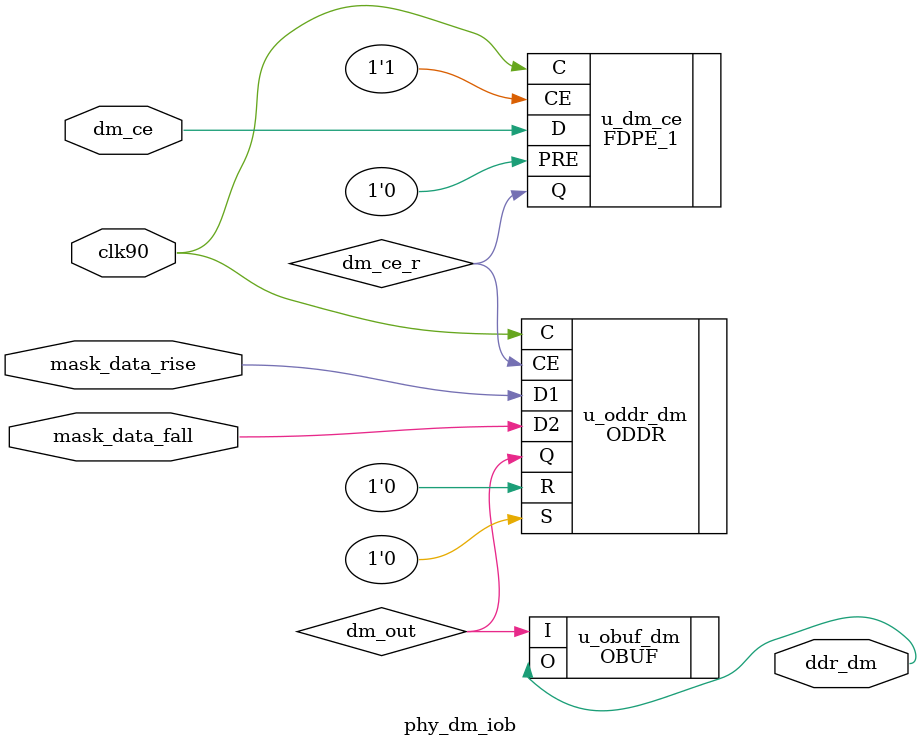
<source format=v>

`timescale 1ns/1ps

module phy_dm_iob
  (
   input  clk90,
   input  dm_ce,
   input  mask_data_rise,
   input  mask_data_fall,
   output ddr_dm
   );

  wire    dm_out;
  wire    dm_ce_r;

  FDPE_1 u_dm_ce
    (
     .D    (dm_ce),
     .PRE  (1'b0),
     .C    (clk90),
     .Q    (dm_ce_r),
     .CE   (1'b1)
     );

  ODDR #
    (
     .SRTYPE("SYNC"),
     .DDR_CLK_EDGE("SAME_EDGE")
     )
    u_oddr_dm
      (
       .Q  (dm_out),
       .C  (clk90),
       .CE (dm_ce_r),
       .D1 (mask_data_rise),
       .D2 (mask_data_fall),
       .R  (1'b0),
       .S  (1'b0)
       );

  OBUF u_obuf_dm
    (
     .I (dm_out),
     .O (ddr_dm)
     );

endmodule

</source>
